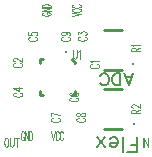
<source format=gto>
G04 DipTrace 2.4.0.2*
%INFlexADCBufferAry.gto*%
%MOIN*%
%ADD10C,0.0098*%
%ADD16C,0.0118*%
%ADD43C,0.0046*%
%ADD44C,0.0077*%
%ADD45C,0.0062*%
%ADD46C,0.0033*%
%FSLAX44Y44*%
G04*
G70*
G90*
G75*
G01*
%LNTopSilk*%
%LPD*%
X7982Y6730D2*
D10*
X7352D1*
X7982Y8069D2*
X7352D1*
D16*
X8351Y6927D3*
X7983Y4746D2*
D10*
X7353D1*
X7983Y6085D2*
X7353D1*
D16*
X8352Y4943D3*
X6410Y6022D2*
D10*
Y5904D1*
X6292D1*
X5229Y6022D2*
Y5904D1*
X5347D2*
X5229D1*
Y7085D2*
Y6967D1*
X5347Y7085D2*
X5229D1*
D16*
X6115Y7341D3*
X6410Y6967D2*
D10*
X6292Y7085D1*
X6970Y6923D2*
D43*
X6941Y6915D1*
X6912Y6897D1*
X6898Y6880D1*
Y6846D1*
X6912Y6829D1*
X6941Y6811D1*
X6970Y6803D1*
X7013Y6794D1*
X7085D1*
X7128Y6803D1*
X7157Y6811D1*
X7185Y6829D1*
X7200Y6846D1*
Y6880D1*
X7185Y6897D1*
X7157Y6915D1*
X7128Y6923D1*
X6956Y6979D2*
X6941Y6996D1*
X6899Y7022D1*
X7200D1*
X4408Y6954D2*
X4379Y6946D1*
X4350Y6928D1*
X4336Y6911D1*
Y6877D1*
X4350Y6860D1*
X4379Y6843D1*
X4408Y6834D1*
X4451Y6825D1*
X4523D1*
X4566Y6834D1*
X4594Y6843D1*
X4623Y6860D1*
X4638Y6877D1*
Y6911D1*
X4623Y6928D1*
X4594Y6946D1*
X4566Y6954D1*
X4408Y7019D2*
X4394D1*
X4365Y7027D1*
X4351Y7036D1*
X4336Y7053D1*
Y7088D1*
X4351Y7105D1*
X4365Y7113D1*
X4394Y7122D1*
X4422D1*
X4451Y7113D1*
X4494Y7096D1*
X4638Y7010D1*
Y7131D1*
X6564Y7840D2*
X6535Y7831D1*
X6507Y7814D1*
X6492Y7797D1*
Y7763D1*
X6507Y7745D1*
X6535Y7728D1*
X6564Y7719D1*
X6607Y7711D1*
X6679D1*
X6722Y7719D1*
X6751Y7728D1*
X6779Y7745D1*
X6794Y7763D1*
Y7797D1*
X6779Y7814D1*
X6751Y7831D1*
X6722Y7840D1*
X6493Y7913D2*
Y8007D1*
X6607Y7956D1*
Y7982D1*
X6622Y7999D1*
X6636Y8007D1*
X6679Y8016D1*
X6708D1*
X6751Y8007D1*
X6780Y7990D1*
X6794Y7964D1*
Y7939D1*
X6780Y7913D1*
X6765Y7904D1*
X6736Y7896D1*
X4422Y5972D2*
X4393Y5964D1*
X4364Y5946D1*
X4350Y5929D1*
Y5895D1*
X4364Y5878D1*
X4393Y5860D1*
X4422Y5852D1*
X4465Y5843D1*
X4537D1*
X4579Y5852D1*
X4608Y5860D1*
X4637Y5878D1*
X4651Y5895D1*
Y5929D1*
X4637Y5946D1*
X4608Y5964D1*
X4579Y5972D1*
X4651Y6114D2*
X4350D1*
X4551Y6028D1*
Y6157D1*
X4912Y7831D2*
X4884Y7823D1*
X4855Y7805D1*
X4841Y7788D1*
Y7754D1*
X4855Y7737D1*
X4884Y7720D1*
X4912Y7711D1*
X4955Y7702D1*
X5027D1*
X5070Y7711D1*
X5099Y7720D1*
X5127Y7737D1*
X5142Y7754D1*
Y7788D1*
X5128Y7805D1*
X5099Y7823D1*
X5070Y7831D1*
X4841Y7990D2*
Y7904D1*
X4970Y7896D1*
X4956Y7904D1*
X4941Y7930D1*
Y7956D1*
X4956Y7982D1*
X4984Y7999D1*
X5027Y8008D1*
X5056D1*
X5099Y7999D1*
X5128Y7982D1*
X5142Y7956D1*
Y7930D1*
X5128Y7904D1*
X5113Y7896D1*
X5085Y7887D1*
X6281Y5811D2*
X6252Y5802D1*
X6224Y5785D1*
X6209Y5768D1*
Y5734D1*
X6224Y5716D1*
X6252Y5699D1*
X6281Y5690D1*
X6324Y5682D1*
X6396D1*
X6439Y5690D1*
X6468Y5699D1*
X6496Y5716D1*
X6511Y5734D1*
Y5768D1*
X6496Y5785D1*
X6468Y5802D1*
X6439Y5811D1*
X6252Y5970D2*
X6224Y5961D1*
X6210Y5935D1*
Y5918D1*
X6224Y5892D1*
X6267Y5875D1*
X6339Y5867D1*
X6410D1*
X6468Y5875D1*
X6496Y5892D1*
X6511Y5918D1*
Y5927D1*
X6496Y5952D1*
X6468Y5970D1*
X6424Y5978D1*
X6410D1*
X6367Y5970D1*
X6339Y5952D1*
X6324Y5927D1*
Y5918D1*
X6339Y5892D1*
X6367Y5875D1*
X6410Y5867D1*
X5673Y5126D2*
X5645Y5117D1*
X5616Y5100D1*
X5601Y5083D1*
Y5048D1*
X5616Y5031D1*
X5645Y5014D1*
X5673Y5005D1*
X5716Y4996D1*
X5788D1*
X5831Y5005D1*
X5860Y5014D1*
X5888Y5031D1*
X5903Y5048D1*
Y5083D1*
X5888Y5100D1*
X5860Y5117D1*
X5831Y5126D1*
X5903Y5216D2*
X5602Y5302D1*
Y5181D1*
X6520Y5126D2*
X6492Y5118D1*
X6463Y5101D1*
X6449Y5084D1*
Y5049D1*
X6463Y5032D1*
X6492Y5015D1*
X6520Y5006D1*
X6563Y4997D1*
X6635D1*
X6678Y5006D1*
X6707Y5015D1*
X6735Y5032D1*
X6750Y5049D1*
Y5084D1*
X6735Y5101D1*
X6707Y5118D1*
X6678Y5126D1*
X6449Y5225D2*
X6463Y5199D1*
X6492Y5191D1*
X6520D1*
X6549Y5199D1*
X6564Y5216D1*
X6578Y5251D1*
X6592Y5277D1*
X6621Y5294D1*
X6649Y5302D1*
X6693D1*
X6721Y5294D1*
X6736Y5285D1*
X6750Y5259D1*
Y5225D1*
X6736Y5199D1*
X6721Y5191D1*
X6693Y5182D1*
X6649D1*
X6621Y5191D1*
X6592Y5208D1*
X6578Y5234D1*
X6564Y5268D1*
X6549Y5285D1*
X6520Y5294D1*
X6492D1*
X6463Y5285D1*
X6449Y5259D1*
Y5225D1*
X6004Y7833D2*
X5975Y7824D1*
X5946Y7807D1*
X5932Y7790D1*
Y7755D1*
X5946Y7738D1*
X5975Y7721D1*
X6004Y7712D1*
X6047Y7703D1*
X6119D1*
X6161Y7712D1*
X6190Y7721D1*
X6219Y7738D1*
X6233Y7755D1*
Y7790D1*
X6219Y7807D1*
X6190Y7824D1*
X6161Y7833D1*
X6032Y8000D2*
X6076Y7991D1*
X6104Y7974D1*
X6119Y7948D1*
Y7940D1*
X6104Y7914D1*
X6076Y7897D1*
X6032Y7888D1*
X6018D1*
X5975Y7897D1*
X5947Y7914D1*
X5932Y7940D1*
Y7948D1*
X5947Y7974D1*
X5975Y7991D1*
X6032Y8000D1*
X6104D1*
X6176Y7991D1*
X6219Y7974D1*
X6233Y7948D1*
Y7931D1*
X6219Y7906D1*
X6190Y7897D1*
X8653Y4472D2*
Y4170D1*
X8829Y4472D2*
Y4170D1*
X8708Y4472D1*
Y4170D1*
X4097Y4466D2*
X4080Y4452D1*
X4062Y4423D1*
X4054Y4395D1*
X4045Y4352D1*
Y4280D1*
X4054Y4237D1*
X4062Y4208D1*
X4080Y4179D1*
X4097Y4165D1*
X4131D1*
X4148Y4179D1*
X4166Y4208D1*
X4174Y4237D1*
X4183Y4280D1*
Y4352D1*
X4174Y4395D1*
X4166Y4423D1*
X4148Y4452D1*
X4131Y4466D1*
X4097D1*
X4238D2*
Y4251D1*
X4247Y4208D1*
X4264Y4179D1*
X4290Y4165D1*
X4307D1*
X4333Y4179D1*
X4350Y4208D1*
X4359Y4251D1*
Y4466D1*
X4475D2*
Y4165D1*
X4415Y4466D2*
X4535D1*
X8425Y7354D2*
Y7431D1*
X8411Y7457D1*
X8396Y7466D1*
X8368Y7474D1*
X8339D1*
X8311Y7466D1*
X8296Y7457D1*
X8282Y7431D1*
Y7354D1*
X8583D1*
X8425Y7414D2*
X8583Y7474D1*
X8339Y7530D2*
X8325Y7547D1*
X8282Y7573D1*
X8583D1*
X8421Y5291D2*
Y5369D1*
X8407Y5395D1*
X8392Y5403D1*
X8364Y5412D1*
X8335D1*
X8306Y5403D1*
X8292Y5395D1*
X8278Y5369D1*
Y5291D1*
X8579D1*
X8421Y5352D2*
X8579Y5412D1*
X8349Y5476D2*
X8335D1*
X8306Y5485D1*
X8292Y5493D1*
X8278Y5511D1*
Y5545D1*
X8292Y5562D1*
X8306Y5571D1*
X8335Y5580D1*
X8364D1*
X8393Y5571D1*
X8435Y5554D1*
X8579Y5468D1*
Y5588D1*
X6338Y7402D2*
Y7187D1*
X6346Y7144D1*
X6364Y7116D1*
X6390Y7101D1*
X6407D1*
X6433Y7116D1*
X6450Y7144D1*
X6458Y7187D1*
Y7402D1*
X6514Y7345D2*
X6531Y7359D1*
X6557Y7402D1*
Y7101D1*
X8150Y3992D2*
D44*
X8461D1*
Y4494D1*
Y4231D2*
X8270D1*
X7995Y3992D2*
Y4494D1*
X7841Y4303D2*
X7554D1*
Y4255D1*
X7578Y4207D1*
X7602Y4183D1*
X7650Y4159D1*
X7722D1*
X7769Y4183D1*
X7817Y4231D1*
X7841Y4303D1*
Y4350D1*
X7817Y4422D1*
X7769Y4470D1*
X7722Y4494D1*
X7650D1*
X7602Y4470D1*
X7554Y4422D1*
X7400Y4159D2*
X7137Y4494D1*
Y4159D2*
X7400Y4494D1*
X8039Y6618D2*
D45*
X8192Y6216D1*
X8345Y6618D1*
X8288Y6484D2*
X8096D1*
X7915Y6216D2*
Y6618D1*
X7782D1*
X7724Y6598D1*
X7686Y6560D1*
X7667Y6522D1*
X7648Y6465D1*
Y6369D1*
X7667Y6312D1*
X7686Y6273D1*
X7724Y6235D1*
X7782Y6216D1*
X7915D1*
X7237Y6312D2*
X7256Y6273D1*
X7295Y6235D1*
X7333Y6216D1*
X7409D1*
X7448Y6235D1*
X7486Y6273D1*
X7505Y6312D1*
X7524Y6369D1*
Y6465D1*
X7505Y6522D1*
X7486Y6560D1*
X7448Y6598D1*
X7409Y6618D1*
X7333D1*
X7295Y6598D1*
X7256Y6560D1*
X7237Y6522D1*
X4709Y4616D2*
D46*
X4701Y4644D1*
X4687Y4673D1*
X4673Y4687D1*
X4644D1*
X4630Y4673D1*
X4615Y4644D1*
X4608Y4616D1*
X4601Y4573D1*
Y4501D1*
X4608Y4458D1*
X4615Y4429D1*
X4630Y4400D1*
X4644Y4386D1*
X4673D1*
X4687Y4400D1*
X4701Y4429D1*
X4709Y4458D1*
Y4501D1*
X4673D1*
X4842Y4687D2*
Y4386D1*
X4741Y4687D1*
Y4386D1*
X4875Y4687D2*
Y4386D1*
X4925D1*
X4947Y4400D1*
X4961Y4429D1*
X4968Y4458D1*
X4975Y4501D1*
Y4573D1*
X4968Y4616D1*
X4961Y4644D1*
X4947Y4673D1*
X4925Y4687D1*
X4875D1*
X5606Y4692D2*
X5663Y4391D1*
X5720Y4692D1*
X5861Y4621D2*
X5854Y4649D1*
X5839Y4678D1*
X5825Y4692D1*
X5796D1*
X5782Y4678D1*
X5768Y4649D1*
X5760Y4621D1*
X5753Y4578D1*
Y4506D1*
X5760Y4463D1*
X5768Y4434D1*
X5782Y4406D1*
X5796Y4391D1*
X5825D1*
X5839Y4406D1*
X5854Y4434D1*
X5861Y4463D1*
X6001Y4621D2*
X5994Y4649D1*
X5980Y4678D1*
X5965Y4692D1*
X5937D1*
X5922Y4678D1*
X5908Y4649D1*
X5901Y4621D1*
X5894Y4578D1*
Y4506D1*
X5901Y4463D1*
X5908Y4434D1*
X5922Y4406D1*
X5937Y4391D1*
X5965D1*
X5980Y4406D1*
X5994Y4434D1*
X6001Y4463D1*
X5364Y8648D2*
X5336Y8641D1*
X5307Y8626D1*
X5293Y8612D1*
Y8583D1*
X5307Y8569D1*
X5336Y8555D1*
X5364Y8548D1*
X5408Y8540D1*
X5480D1*
X5522Y8548D1*
X5551Y8555D1*
X5580Y8569D1*
X5594Y8583D1*
Y8612D1*
X5580Y8626D1*
X5551Y8641D1*
X5522Y8648D1*
X5480D1*
Y8612D1*
X5293Y8781D2*
X5594D1*
X5293Y8681D1*
X5594D1*
X5293Y8814D2*
X5594D1*
Y8864D1*
X5580Y8886D1*
X5551Y8900D1*
X5522Y8907D1*
X5480Y8915D1*
X5408D1*
X5364Y8907D1*
X5336Y8900D1*
X5307Y8886D1*
X5293Y8864D1*
Y8814D1*
X6299Y8521D2*
X6600Y8579D1*
X6299Y8636D1*
X6371Y8776D2*
X6342Y8769D1*
X6313Y8755D1*
X6299Y8740D1*
Y8712D1*
X6313Y8697D1*
X6342Y8683D1*
X6371Y8676D1*
X6414Y8669D1*
X6486D1*
X6528Y8676D1*
X6557Y8683D1*
X6586Y8697D1*
X6600Y8712D1*
Y8740D1*
X6586Y8755D1*
X6557Y8769D1*
X6528Y8776D1*
X6371Y8917D2*
X6342Y8910D1*
X6313Y8895D1*
X6299Y8881D1*
Y8852D1*
X6313Y8838D1*
X6342Y8824D1*
X6371Y8816D1*
X6414Y8809D1*
X6486D1*
X6528Y8816D1*
X6557Y8824D1*
X6586Y8838D1*
X6600Y8852D1*
Y8881D1*
X6586Y8895D1*
X6557Y8910D1*
X6528Y8917D1*
M02*

</source>
